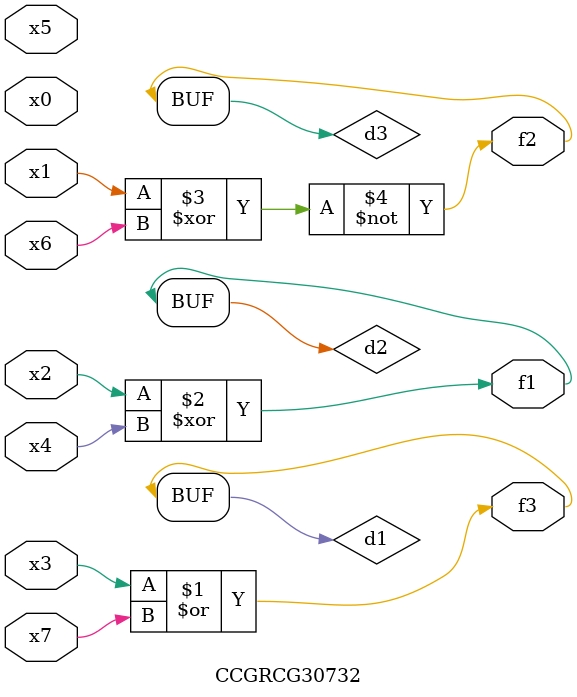
<source format=v>
module CCGRCG30732(
	input x0, x1, x2, x3, x4, x5, x6, x7,
	output f1, f2, f3
);

	wire d1, d2, d3;

	or (d1, x3, x7);
	xor (d2, x2, x4);
	xnor (d3, x1, x6);
	assign f1 = d2;
	assign f2 = d3;
	assign f3 = d1;
endmodule

</source>
